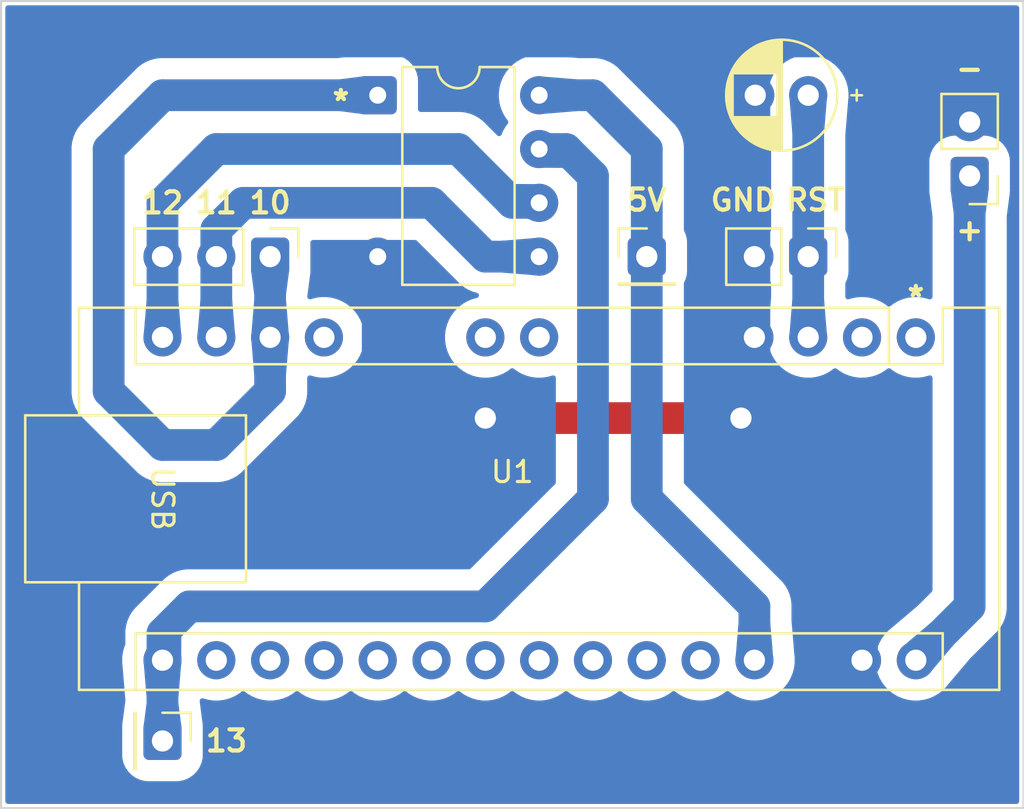
<source format=kicad_pcb>
(kicad_pcb (version 20241229) (generator "pcbnew") (generator_version "9.0")
  (layers (0 "F.Cu" signal) (2 "B.Cu" signal) (13 "F.Paste" user) (15 "B.Paste" user) (5 "F.SilkS" user "F.Silkscreen") (7 "B.SilkS" user "B.Silkscreen") (1 "F.Mask" user) (3 "B.Mask" user) (25 "Edge.Cuts" user))
  (net 0 "")
  (net 1 "GND")
  (net 2 "Net-(J3-Pin_1)")
  (net 3 "VIN")
  (net 4 "Net-(J2-Pin_1)")
  (net 5 "Net-(J4-Pin_2)")
  (net 6 "Net-(J4-Pin_3)")
  (net 7 "Net-(J4-Pin_1)")
  (net 8 "Net-(J5-Pin_1)")
  (footprint "Connector_PinHeader_2.54mm:PinHeader_1x01_P2.54mm_Vertical" (layer "F.Cu") (at 154.94 90.17)
    (property "Reference" "J2" (hide yes))
    (property "Value" "01x01" (hide yes))
    (fp_line (start -1.33 -1.33) (end 0 -1.33) (stroke (width 0.12)) (layer "F.SilkS"))
    (fp_line (start -1.33 0) (end -1.33 -1.33) (stroke (width 0.12)) (layer "F.SilkS"))
    (fp_line (start -1.33 1.27) (end -1.33 1.33) (stroke (width 0.12)) (layer "F.SilkS"))
    (fp_line (start -1.33 1.27) (end 1.33 1.27) (stroke (width 0.12)) (layer "F.SilkS"))
    (fp_line (start -1.33 1.33) (end 1.33 1.33) (stroke (width 0.12)) (layer "F.SilkS"))
    (fp_line (start 1.33 1.27) (end 1.33 1.33) (stroke (width 0.12)) (layer "F.SilkS"))
    (pad "1" thru_hole roundrect (at 0 0) (size 1.8 1.8) (drill 1) (layers "*.Cu" "*.Mask") (roundrect_rratio 0.1470588235) (net 4 "Net-(J2-Pin_1)"))
  )
  (footprint "Connector_PinHeader_2.54mm:PinHeader_1x01_P2.54mm_Vertical" (layer "F.Cu") (at 132.08 113.03 -90)
    (property "Reference" "J5" (hide yes))
    (property "Value" "01x01" (hide yes))
    (fp_line (start -1.33 1.33) (end 1.33 1.33) (stroke (width 0.12)) (layer "F.SilkS"))
    (fp_line (start -1.33 1.27) (end -1.33 1.33) (stroke (width 0.12)) (layer "F.SilkS"))
    (fp_line (start -1.33 1.27) (end 1.33 1.27) (stroke (width 0.12)) (layer "F.SilkS"))
    (fp_line (start 1.33 1.27) (end 1.33 1.33) (stroke (width 0.12)) (layer "F.SilkS"))
    (fp_line (start -1.33 0) (end -1.33 -1.33) (stroke (width 0.12)) (layer "F.SilkS"))
    (fp_line (start -1.33 -1.33) (end 0 -1.33) (stroke (width 0.12)) (layer "F.SilkS"))
    (pad "1" thru_hole roundrect (at 0 0 270) (size 1.8 1.8) (drill 1) (layers "*.Cu" "*.Mask") (roundrect_rratio 0.1470588235) (net 8 "Net-(J5-Pin_1)"))
  )
  (footprint "Custom:Arduino_Nano_v3" (layer "F.Cu") (at 167.64 93.98 -90)
    (property "Reference" "U1" (at 6.35 19.05 0) (layer "F.SilkS"))
    (property "Value" "Arduino Nano v3.x")
    (fp_line (start 3.68 42.04) (end 3.68 31.62) (stroke (width 0.12)) (layer "F.SilkS"))
    (fp_line (start 11.56 42.04) (end 3.68 42.04) (stroke (width 0.12)) (layer "F.SilkS"))
    (fp_line (start -1.4 39.5) (end 3.68 39.5) (stroke (width 0.12)) (layer "F.SilkS"))
    (fp_line (start 16.64 39.5) (end 11.56 39.5) (stroke (width 0.12)) (layer "F.SilkS"))
    (fp_line (start 16.64 39.5) (end 16.64 -3.94) (stroke (width 0.12)) (layer "F.SilkS"))
    (fp_line (start 1.27 36.83) (end -1.4 36.83) (stroke (width 0.12)) (layer "F.SilkS"))
    (fp_line (start 13.97 36.83) (end 16.64 36.83) (stroke (width 0.12)) (layer "F.SilkS"))
    (fp_line (start 3.68 31.62) (end 11.56 31.62) (stroke (width 0.12)) (layer "F.SilkS"))
    (fp_line (start 11.56 31.62) (end 11.56 42.04) (stroke (width 0.12)) (layer "F.SilkS"))
    (fp_line (start -1.4 1.27) (end -1.4 39.5) (stroke (width 0.12)) (layer "F.SilkS"))
    (fp_line (start 1.27 1.27) (end 1.27 36.83) (stroke (width 0.12)) (layer "F.SilkS"))
    (fp_line (start 1.27 1.27) (end -1.4 1.27) (stroke (width 0.12)) (layer "F.SilkS"))
    (fp_line (start 1.27 1.27) (end 1.27 -1.27) (stroke (width 0.12)) (layer "F.SilkS"))
    (fp_line (start 1.27 -1.27) (end -1.4 -1.27) (stroke (width 0.12)) (layer "F.SilkS"))
    (fp_line (start 13.97 -1.27) (end 13.97 36.83) (stroke (width 0.12)) (layer "F.SilkS"))
    (fp_line (start 13.97 -1.27) (end 16.64 -1.27) (stroke (width 0.12)) (layer "F.SilkS"))
    (fp_line (start -1.4 -3.94) (end -1.4 -1.27) (stroke (width 0.12)) (layer "F.SilkS"))
    (fp_line (start 16.64 -3.94) (end -1.4 -3.94) (stroke (width 0.12)) (layer "F.SilkS"))
    (fp_text user "USB" (at 7.62 35.56 270) (layer "F.SilkS"))
    (pad "1" thru_hole circle (at 0 0 270) (size 1.8 1.8) (drill 1) (layers "*.Cu" "*.Mask"))
    (pad "2" thru_hole circle (at 0 2.54 270) (size 1.8 1.8) (drill 1) (layers "*.Cu" "*.Mask"))
    (pad "3" thru_hole circle (at 0 5.08 270) (size 1.8 1.8) (drill 1) (layers "*.Cu" "*.Mask") (net 2 "Net-(J3-Pin_1)"))
    (pad "4" thru_hole circle (at 0 7.62 270) (size 1.8 1.8) (drill 1) (layers "*.Cu" "*.Mask") (net 1 "GND"))
    (pad "8" thru_hole circle (at 0 17.78 270) (size 1.8 1.8) (drill 1) (layers "*.Cu" "*.Mask"))
    (pad "9" thru_hole circle (at 0 20.32 270) (size 1.8 1.8) (drill 1) (layers "*.Cu" "*.Mask"))
    (pad "12" thru_hole circle (at 0 27.94 270) (size 1.8 1.8) (drill 1) (layers "*.Cu" "*.Mask"))
    (pad "13" thru_hole circle (at 0 30.48 270) (size 1.8 1.8) (drill 1) (layers "*.Cu" "*.Mask") (net 7 "Net-(J4-Pin_1)"))
    (pad "14" thru_hole circle (at 0 33.02 270) (size 1.8 1.8) (drill 1) (layers "*.Cu" "*.Mask") (net 5 "Net-(J4-Pin_2)"))
    (pad "15" thru_hole circle (at 0 35.56 270) (size 1.8 1.8) (drill 1) (layers "*.Cu" "*.Mask") (net 6 "Net-(J4-Pin_3)"))
    (pad "16" thru_hole circle (at 15.24 35.56 270) (size 1.8 1.8) (drill 1) (layers "*.Cu" "*.Mask") (net 8 "Net-(J5-Pin_1)"))
    (pad "17" thru_hole circle (at 15.24 33.02 270) (size 1.8 1.8) (drill 1) (layers "*.Cu" "*.Mask"))
    (pad "18" thru_hole circle (at 15.24 30.48 270) (size 1.8 1.8) (drill 1) (layers "*.Cu" "*.Mask"))
    (pad "19" thru_hole circle (at 15.24 27.94 270) (size 1.8 1.8) (drill 1) (layers "*.Cu" "*.Mask"))
    (pad "20" thru_hole circle (at 15.24 25.4 270) (size 1.8 1.8) (drill 1) (layers "*.Cu" "*.Mask"))
    (pad "21" thru_hole circle (at 15.24 22.86 270) (size 1.8 1.8) (drill 1) (layers "*.Cu" "*.Mask"))
    (pad "22" thru_hole circle (at 15.24 20.32 270) (size 1.8 1.8) (drill 1) (layers "*.Cu" "*.Mask"))
    (pad "23" thru_hole circle (at 15.24 17.78 270) (size 1.8 1.8) (drill 1) (layers "*.Cu" "*.Mask"))
    (pad "24" thru_hole circle (at 15.24 15.24 270) (size 1.8 1.8) (drill 1) (layers "*.Cu" "*.Mask"))
    (pad "25" thru_hole circle (at 15.24 12.7 270) (size 1.8 1.8) (drill 1) (layers "*.Cu" "*.Mask"))
    (pad "26" thru_hole circle (at 15.24 10.16 270) (size 1.8 1.8) (drill 1) (layers "*.Cu" "*.Mask"))
    (pad "27" thru_hole circle (at 15.24 7.62 270) (size 1.8 1.8) (drill 1) (layers "*.Cu" "*.Mask") (net 4 "Net-(J2-Pin_1)"))
    (pad "29" thru_hole circle (at 15.24 2.54 270) (size 1.8 1.8) (drill 1) (layers "*.Cu" "*.Mask") (net 1 "GND"))
    (pad "30" thru_hole circle (at 15.24 0 270) (size 1.8 1.8) (drill 1) (layers "*.Cu" "*.Mask") (net 3 "VIN"))
  )
  (footprint "Package_DIP:DIP-8_W7.62mm" (layer "F.Cu") (at 142.24 82.55)
    (property "Reference" "U2" (hide yes))
    (property "Value" "ATtiny85")
    (fp_line (start 1.16 -1.33) (end 1.16 8.95) (stroke (width 0.12)) (layer "F.SilkS"))
    (fp_line (start 1.16 8.95) (end 6.46 8.95) (stroke (width 0.12)) (layer "F.SilkS"))
    (fp_line (start 2.81 -1.33) (end 1.16 -1.33) (stroke (width 0.12)) (layer "F.SilkS"))
    (fp_line (start 6.46 -1.33) (end 4.81 -1.33) (stroke (width 0.12)) (layer "F.SilkS"))
    (fp_line (start 6.46 8.95) (end 6.46 -1.33) (stroke (width 0.12)) (layer "F.SilkS"))
    (fp_arc (start 4.81 -1.33) (mid 3.81 -0.33) (end 2.81 -1.33) (stroke (width 0.12)) (layer "F.SilkS"))
    (pad "1" thru_hole roundrect (at 0 0) (size 1.8 1.8) (drill 0.8) (layers "*.Cu" "*.Mask") (roundrect_rratio 0.1388888889) (net 7 "Net-(J4-Pin_1)"))
    (pad "4" thru_hole circle (at 0 7.62) (size 1.8 1.8) (drill 0.8) (layers "*.Cu" "*.Mask") (net 1 "GND"))
    (pad "5" thru_hole circle (at 7.62 7.62) (size 1.8 1.8) (drill 0.8) (layers "*.Cu" "*.Mask") (net 5 "Net-(J4-Pin_2)"))
    (pad "6" thru_hole circle (at 7.62 5.08) (size 1.8 1.8) (drill 0.8) (layers "*.Cu" "*.Mask") (net 6 "Net-(J4-Pin_3)"))
    (pad "7" thru_hole circle (at 7.62 2.54) (size 1.8 1.8) (drill 0.8) (layers "*.Cu" "*.Mask") (net 8 "Net-(J5-Pin_1)"))
    (pad "8" thru_hole circle (at 7.62 0) (size 1.8 1.8) (drill 0.8) (layers "*.Cu" "*.Mask") (net 4 "Net-(J2-Pin_1)"))
  )
  (footprint "Connector_PinHeader_2.54mm:PinHeader_1x02_P2.54mm_Vertical" (layer "F.Cu") (at 162.56 90.17 -90)
    (property "Reference" "J3" (hide yes))
    (property "Value" "01x02" (hide yes))
    (fp_line (start -1.33 3.87) (end 1.33 3.87) (stroke (width 0.12)) (layer "F.SilkS"))
    (fp_line (start -1.33 1.27) (end -1.33 3.87) (stroke (width 0.12)) (layer "F.SilkS"))
    (fp_line (start -1.33 1.27) (end 1.33 1.27) (stroke (width 0.12)) (layer "F.SilkS"))
    (fp_line (start 1.33 1.27) (end 1.33 3.87) (stroke (width 0.12)) (layer "F.SilkS"))
    (fp_line (start -1.33 0) (end -1.33 -1.33) (stroke (width 0.12)) (layer "F.SilkS"))
    (fp_line (start -1.33 -1.33) (end 0 -1.33) (stroke (width 0.12)) (layer "F.SilkS"))
    (pad "1" thru_hole roundrect (at 0 0 270) (size 1.8 1.8) (drill 1) (layers "*.Cu" "*.Mask") (roundrect_rratio 0.1388888889) (net 2 "Net-(J3-Pin_1)"))
    (pad "2" thru_hole circle (at 0 2.54 270) (size 1.8 1.8) (drill 1) (layers "*.Cu" "*.Mask") (net 1 "GND"))
  )
  (footprint "Capacitor_THT:CP_Radial_D5.0mm_P2.50mm" (layer "F.Cu") (at 162.56 82.55 180)
    (property "Reference" "C1" (hide yes))
    (property "Value" "10uF")
    (fp_line (start 3.851 -0.284) (end 3.851 0.284) (stroke (width 0.12)) (layer "F.SilkS"))
    (fp_line (start 3.811 -0.518) (end 3.811 0.518) (stroke (width 0.12)) (layer "F.SilkS"))
    (fp_line (start 3.771 -0.677) (end 3.771 0.677) (stroke (width 0.12)) (layer "F.SilkS"))
    (fp_line (start 3.731 -0.805) (end 3.731 0.805) (stroke (width 0.12)) (layer "F.SilkS"))
    (fp_line (start 3.691 -0.915) (end 3.691 0.915) (stroke (width 0.12)) (layer "F.SilkS"))
    (fp_line (start 3.651 -1.011) (end 3.651 1.011) (stroke (width 0.12)) (layer "F.SilkS"))
    (fp_line (start 3.611 -1.098) (end 3.611 1.098) (stroke (width 0.12)) (layer "F.SilkS"))
    (fp_line (start 3.571 -1.178) (end 3.571 1.178) (stroke (width 0.12)) (layer "F.SilkS"))
    (fp_line (start 3.531 1.04) (end 3.531 1.251) (stroke (width 0.12)) (layer "F.SilkS"))
    (fp_line (start 3.531 -1.251) (end 3.531 -1.04) (stroke (width 0.12)) (layer "F.SilkS"))
    (fp_line (start 3.491 1.04) (end 3.491 1.319) (stroke (width 0.12)) (layer "F.SilkS"))
    (fp_line (start 3.491 -1.319) (end 3.491 -1.04) (stroke (width 0.12)) (layer "F.SilkS"))
    (fp_line (start 3.451 1.04) (end 3.451 1.383) (stroke (width 0.12)) (layer "F.SilkS"))
    (fp_line (start 3.451 -1.383) (end 3.451 -1.04) (stroke (width 0.12)) (layer "F.SilkS"))
    (fp_line (start 3.411 1.04) (end 3.411 1.443) (stroke (width 0.12)) (layer "F.SilkS"))
    (fp_line (start 3.411 -1.443) (end 3.411 -1.04) (stroke (width 0.12)) (layer "F.SilkS"))
    (fp_line (start 3.371 1.04) (end 3.371 1.5) (stroke (width 0.12)) (layer "F.SilkS"))
    (fp_line (start 3.371 -1.5) (end 3.371 -1.04) (stroke (width 0.12)) (layer "F.SilkS"))
    (fp_line (start 3.331 1.04) (end 3.331 1.554) (stroke (width 0.12)) (layer "F.SilkS"))
    (fp_line (start 3.331 -1.554) (end 3.331 -1.04) (stroke (width 0.12)) (layer "F.SilkS"))
    (fp_line (start 3.291 1.04) (end 3.291 1.605) (stroke (width 0.12)) (layer "F.SilkS"))
    (fp_line (start 3.291 -1.605) (end 3.291 -1.04) (stroke (width 0.12)) (layer "F.SilkS"))
    (fp_line (start 3.251 1.04) (end 3.251 1.653) (stroke (width 0.12)) (layer "F.SilkS"))
    (fp_line (start 3.251 -1.653) (end 3.251 -1.04) (stroke (width 0.12)) (layer "F.SilkS"))
    (fp_line (start 3.211 1.04) (end 3.211 1.699) (stroke (width 0.12)) (layer "F.SilkS"))
    (fp_line (start 3.211 -1.699) (end 3.211 -1.04) (stroke (width 0.12)) (layer "F.SilkS"))
    (fp_line (start 3.171 1.04) (end 3.171 1.743) (stroke (width 0.12)) (layer "F.SilkS"))
    (fp_line (start 3.171 -1.743) (end 3.171 -1.04) (stroke (width 0.12)) (layer "F.SilkS"))
    (fp_line (start 3.131 1.04) (end 3.131 1.785) (stroke (width 0.12)) (layer "F.SilkS"))
    (fp_line (start 3.131 -1.785) (end 3.131 -1.04) (stroke (width 0.12)) (layer "F.SilkS"))
    (fp_line (start 3.091 1.04) (end 3.091 1.826) (stroke (width 0.12)) (layer "F.SilkS"))
    (fp_line (start 3.091 -1.826) (end 3.091 -1.04) (stroke (width 0.12)) (layer "F.SilkS"))
    (fp_line (start 3.051 1.04) (end 3.051 1.864) (stroke (width 0.12)) (layer "F.SilkS"))
    (fp_line (start 3.051 -1.864) (end 3.051 -1.04) (stroke (width 0.12)) (layer "F.SilkS"))
    (fp_line (start 3.011 1.04) (end 3.011 1.901) (stroke (width 0.12)) (layer "F.SilkS"))
    (fp_line (start 3.011 -1.901) (end 3.011 -1.04) (stroke (width 0.12)) (layer "F.SilkS"))
    (fp_line (start 2.971 1.04) (end 2.971 1.937) (stroke (width 0.12)) (layer "F.SilkS"))
    (fp_line (start 2.971 -1.937) (end 2.971 -1.04) (stroke (width 0.12)) (layer "F.SilkS"))
    (fp_line (start 2.931 1.04) (end 2.931 1.971) (stroke (width 0.12)) (layer "F.SilkS"))
    (fp_line (start 2.931 -1.971) (end 2.931 -1.04) (stroke (width 0.12)) (layer "F.SilkS"))
    (fp_line (start 2.891 1.04) (end 2.891 2.004) (stroke (width 0.12)) (layer "F.SilkS"))
    (fp_line (start 2.891 -2.004) (end 2.891 -1.04) (stroke (width 0.12)) (layer "F.SilkS"))
    (fp_line (start 2.851 1.04) (end 2.851 2.035) (stroke (width 0.12)) (layer "F.SilkS"))
    (fp_line (start 2.851 -2.035) (end 2.851 -1.04) (stroke (width 0.12)) (layer "F.SilkS"))
    (fp_line (start 2.811 1.04) (end 2.811 2.065) (stroke (width 0.12)) (layer "F.SilkS"))
    (fp_line (start 2.811 -2.065) (end 2.811 -1.04) (stroke (width 0.12)) (layer "F.SilkS"))
    (fp_line (start 2.771 1.04) (end 2.771 2.095) (stroke (width 0.12)) (layer "F.SilkS"))
    (fp_line (start 2.771 -2.095) (end 2.771 -1.04) (stroke (width 0.12)) (layer "F.SilkS"))
    (fp_line (start 2.731 1.04) (end 2.731 2.122) (stroke (width 0.12)) (layer "F.SilkS"))
    (fp_line (start 2.731 -2.122) (end 2.731 -1.04) (stroke (width 0.12)) (layer "F.SilkS"))
    (fp_line (start 2.691 1.04) (end 2.691 2.149) (stroke (width 0.12)) (layer "F.SilkS"))
    (fp_line (start 2.691 -2.149) (end 2.691 -1.04) (stroke (width 0.12)) (layer "F.SilkS"))
    (fp_line (start 2.651 1.04) (end 2.651 2.175) (stroke (width 0.12)) (layer "F.SilkS"))
    (fp_line (start 2.651 -2.175) (end 2.651 -1.04) (stroke (width 0.12)) (layer "F.SilkS"))
    (fp_line (start 2.611 1.04) (end 2.611 2.2) (stroke (width 0.12)) (layer "F.SilkS"))
    (fp_line (start 2.611 -2.2) (end 2.611 -1.04) (stroke (width 0.12)) (layer "F.SilkS"))
    (fp_line (start 2.571 1.04) (end 2.571 2.224) (stroke (width 0.12)) (layer "F.SilkS"))
    (fp_line (start 2.571 -2.224) (end 2.571 -1.04) (stroke (width 0.12)) (layer "F.SilkS"))
    (fp_line (start 2.531 1.04) (end 2.531 2.247) (stroke (width 0.12)) (layer "F.SilkS"))
    (fp_line (start 2.531 -2.247) (end 2.531 -1.04) (stroke (width 0.12)) (layer "F.SilkS"))
    (fp_line (start 2.491 1.04) (end 2.491 2.268) (stroke (width 0.12)) (layer "F.SilkS"))
    (fp_line (start 2.491 -2.268) (end 2.491 -1.04) (stroke (width 0.12)) (layer "F.SilkS"))
    (fp_line (start 2.451 1.04) (end 2.451 2.29) (stroke (width 0.12)) (layer "F.SilkS"))
    (fp_line (start 2.451 -2.29) (end 2.451 -1.04) (stroke (width 0.12)) (layer "F.SilkS"))
    (fp_line (start 2.411 1.04) (end 2.411 2.31) (stroke (width 0.12)) (layer "F.SilkS"))
    (fp_line (start 2.411 -2.31) (end 2.411 -1.04) (stroke (width 0.12)) (layer "F.SilkS"))
    (fp_line (start 2.371 1.04) (end 2.371 2.329) (stroke (width 0.12)) (layer "F.SilkS"))
    (fp_line (start 2.371 -2.329) (end 2.371 -1.04) (stroke (width 0.12)) (layer "F.SilkS"))
    (fp_line (start 2.331 1.04) (end 2.331 2.348) (stroke (width 0.12)) (layer "F.SilkS"))
    (fp_line (start 2.331 -2.348) (end 2.331 -1.04) (stroke (width 0.12)) (layer "F.SilkS"))
    (fp_line (start 2.291 1.04) (end 2.291 2.365) (stroke (width 0.12)) (layer "F.SilkS"))
    (fp_line (start 2.291 -2.365) (end 2.291 -1.04) (stroke (width 0.12)) (layer "F.SilkS"))
    (fp_line (start 2.251 1.04) (end 2.251 2.382) (stroke (width 0.12)) (layer "F.SilkS"))
    (fp_line (start 2.251 -2.382) (end 2.251 -1.04) (stroke (width 0.12)) (layer "F.SilkS"))
    (fp_line (start 2.211 1.04) (end 2.211 2.398) (stroke (width 0.12)) (layer "F.SilkS"))
    (fp_line (start 2.211 -2.398) (end 2.211 -1.04) (stroke (width 0.12)) (layer "F.SilkS"))
    (fp_line (start 2.171 1.04) (end 2.171 2.414) (stroke (width 0.12)) (layer "F.SilkS"))
    (fp_line (start 2.171 -2.414) (end 2.171 -1.04) (stroke (width 0.12)) (layer "F.SilkS"))
    (fp_line (start 2.131 1.04) (end 2.131 2.428) (stroke (width 0.12)) (layer "F.SilkS"))
    (fp_line (start 2.131 -2.428) (end 2.131 -1.04) (stroke (width 0.12)) (layer "F.SilkS"))
    (fp_line (start 2.091 1.04) (end 2.091 2.442) (stroke (width 0.12)) (layer "F.SilkS"))
    (fp_line (start 2.091 -2.442) (end 2.091 -1.04) (stroke (width 0.12)) (layer "F.SilkS"))
    (fp_line (start 2.051 1.04) (end 2.051 2.455) (stroke (width 0.12)) (layer "F.SilkS"))
    (fp_line (start 2.051 -2.455) (end 2.051 -1.04) (stroke (width 0.12)) (layer "F.SilkS"))
    (fp_line (start 2.011 1.04) (end 2.011 2.468) (stroke (width 0.12)) (layer "F.SilkS"))
    (fp_line (start 2.011 -2.468) (end 2.011 -1.04) (stroke (width 0.12)) (layer "F.SilkS"))
    (fp_line (start 1.971 1.04) (end 1.971 2.48) (stroke (width 0.12)) (layer "F.SilkS"))
    (fp_line (start 1.971 -2.48) (end 1.971 -1.04) (stroke (width 0.12)) (layer "F.SilkS"))
    (fp_line (start 1.93 1.04) (end 1.93 2.491) (stroke (width 0.12)) (layer "F.SilkS"))
    (fp_line (start 1.93 -2.491) (end 1.93 -1.04) (stroke (width 0.12)) (layer "F.SilkS"))
    (fp_line (start 1.89 1.04) (end 1.89 2.501) (stroke (width 0.12)) (layer "F.SilkS"))
    (fp_line (start 1.89 -2.501) (end 1.89 -1.04) (stroke (width 0.12)) (layer "F.SilkS"))
    (fp_line (start 1.85 1.04) (end 1.85 2.511) (stroke (width 0.12)) (layer "F.SilkS"))
    (fp_line (start 1.85 -2.511) (end 1.85 -1.04) (stroke (width 0.12)) (layer "F.SilkS"))
    (fp_line (start 1.81 1.04) (end 1.81 2.52) (stroke (width 0.12)) (layer "F.SilkS"))
    (fp_line (start 1.81 -2.52) (end 1.81 -1.04) (stroke (width 0.12)) (layer "F.SilkS"))
    (fp_line (start 1.77 1.04) (end 1.77 2.528) (stroke (width 0.12)) (layer "F.SilkS"))
    (fp_line (start 1.77 -2.528) (end 1.77 -1.04) (stroke (width 0.12)) (layer "F.SilkS"))
    (fp_line (start 1.73 1.04) (end 1.73 2.536) (stroke (width 0.12)) (layer "F.SilkS"))
    (fp_line (start 1.73 -2.536) (end 1.73 -1.04) (stroke (width 0.12)) (layer "F.SilkS"))
    (fp_line (start 1.69 1.04) (end 1.69 2.543) (stroke (width 0.12)) (layer "F.SilkS"))
    (fp_line (start 1.69 -2.543) (end 1.69 -1.04) (stroke (width 0.12)) (layer "F.SilkS"))
    (fp_line (start 1.65 1.04) (end 1.65 2.55) (stroke (width 0.12)) (layer "F.SilkS"))
    (fp_line (start 1.65 -2.55) (end 1.65 -1.04) (stroke (width 0.12)) (layer "F.SilkS"))
    (fp_line (start 1.61 1.04) (end 1.61 2.556) (stroke (width 0.12)) (layer "F.SilkS"))
    (fp_line (start 1.61 -2.556) (end 1.61 -1.04) (stroke (width 0.12)) (layer "F.SilkS"))
    (fp_line (start 1.57 1.04) (end 1.57 2.561) (stroke (width 0.12)) (layer "F.SilkS"))
    (fp_line (start 1.57 -2.561) (end 1.57 -1.04) (stroke (width 0.12)) (layer "F.SilkS"))
    (fp_line (start 1.53 1.04) (end 1.53 2.565) (stroke (width 0.12)) (layer "F.SilkS"))
    (fp_line (start 1.53 -2.565) (end 1.53 -1.04) (stroke (width 0.12)) (layer "F.SilkS"))
    (fp_line (start 1.49 1.04) (end 1.49 2.569) (stroke (width 0.12)) (layer "F.SilkS"))
    (fp_line (start 1.49 -2.569) (end 1.49 -1.04) (stroke (width 0.12)) (layer "F.SilkS"))
    (fp_line (start 1.45 -2.573) (end 1.45 2.573) (stroke (width 0.12)) (layer "F.SilkS"))
    (fp_line (start 1.41 -2.576) (end 1.41 2.576) (stroke (width 0.12)) (layer "F.SilkS"))
    (fp_line (start 1.37 -2.578) (end 1.37 2.578) (stroke (width 0.12)) (layer "F.SilkS"))
    (fp_line (start 1.33 -2.579) (end 1.33 2.579) (stroke (width 0.12)) (layer "F.SilkS"))
    (fp_line (start 1.29 -2.58) (end 1.29 2.58) (stroke (width 0.12)) (layer "F.SilkS"))
    (fp_line (start 1.25 -2.58) (end 1.25 2.58) (stroke (width 0.12)) (layer "F.SilkS"))
    (fp_line (start -2.29 -0.25) (end -2.29 0.25) (stroke (width 0.12)) (layer "F.SilkS"))
    (fp_line (start -2.54 0) (end -2.04 0) (stroke (width 0.12)) (layer "F.SilkS"))
    (fp_circle (center 1.25 0) (end 3.87 0) (stroke (width 0.12)) (fill no) (layer "F.SilkS"))
    (pad "1" thru_hole circle (at 0 0 180) (size 1.8 1.8) (drill 1) (layers "*.Cu" "*.Mask") (net 2 "Net-(J3-Pin_1)"))
    (pad "2" thru_hole circle (at 2.5 0 180) (size 1.8 1.8) (drill 1) (layers "*.Cu" "*.Mask") (net 1 "GND"))
  )
  (footprint "Connector_PinHeader_2.54mm:PinHeader_1x02_P2.54mm_Vertical" (layer "F.Cu") (at 170.18 86.36 180)
    (property "Reference" "J1" (hide yes))
    (property "Value" "POWER")
    (fp_line (start 1.33 1.27) (end 1.33 3.87) (stroke (width 0.12)) (layer "F.SilkS"))
    (fp_line (start -1.33 3.87) (end 1.33 3.87) (stroke (width 0.12)) (layer "F.SilkS"))
    (fp_line (start -1.33 1.27) (end 1.33 1.27) (stroke (width 0.12)) (layer "F.SilkS"))
    (fp_line (start -1.33 1.27) (end -1.33 3.87) (stroke (width 0.12)) (layer "F.SilkS"))
    (fp_line (start -1.33 0) (end -1.33 -1.33) (stroke (width 0.12)) (layer "F.SilkS"))
    (fp_line (start -1.33 -1.33) (end 0 -1.33) (stroke (width 0.12)) (layer "F.SilkS"))
    (pad "1" thru_hole roundrect (at 0 0 180) (size 1.8 1.8) (drill 1) (layers "*.Cu" "*.Mask") (roundrect_rratio 0.1388888889) (net 3 "VIN"))
    (pad "2" thru_hole circle (at 0 2.54 180) (size 1.8 1.8) (drill 1) (layers "*.Cu" "*.Mask") (net 1 "GND"))
  )
  (footprint "Connector_PinHeader_2.54mm:PinHeader_1x03_P2.54mm_Vertical" (layer "F.Cu") (at 137.16 90.17 -90)
    (property "Reference" "J4" (hide yes))
    (property "Value" "01x03" (hide yes))
    (fp_line (start -1.33 6.41) (end 1.33 6.41) (stroke (width 0.12)) (layer "F.SilkS"))
    (fp_line (start -1.33 1.27) (end -1.33 6.41) (stroke (width 0.12)) (layer "F.SilkS"))
    (fp_line (start -1.33 1.27) (end 1.33 1.27) (stroke (width 0.12)) (layer "F.SilkS"))
    (fp_line (start 1.33 1.27) (end 1.33 6.41) (stroke (width 0.12)) (layer "F.SilkS"))
    (fp_line (start -1.33 0) (end -1.33 -1.33) (stroke (width 0.12)) (layer "F.SilkS"))
    (fp_line (start -1.33 -1.33) (end 0 -1.33) (stroke (width 0.12)) (layer "F.SilkS"))
    (pad "1" thru_hole roundrect (at 0 0 270) (size 1.8 1.8) (drill 1) (layers "*.Cu" "*.Mask") (roundrect_rratio 0.1388888889) (net 7 "Net-(J4-Pin_1)"))
    (pad "2" thru_hole circle (at 0 2.54 270) (size 1.8 1.8) (drill 1) (layers "*.Cu" "*.Mask") (net 5 "Net-(J4-Pin_2)"))
    (pad "3" thru_hole circle (at 0 5.08 270) (size 1.8 1.8) (drill 1) (layers "*.Cu" "*.Mask") (net 6 "Net-(J4-Pin_3)"))
  )
  (gr_line (start 124.46 78.105) (end 124.46 116.205) (stroke (width 0.1)) (layer "Edge.Cuts"))
  (gr_line (start 172.72 78.105) (end 124.46 78.105) (stroke (width 0.1)) (layer "Edge.Cuts"))
  (gr_line (start 124.46 116.205) (end 172.72 116.205) (stroke (width 0.1)) (layer "Edge.Cuts"))
  (gr_line (start 172.72 116.205) (end 172.72 78.105) (stroke (width 0.1)) (layer "Edge.Cuts"))
  (gr_text "12" (at 132.08 87.63 0) (layer "F.SilkS") (effects (font (size 1 1) (thickness 0.2))))
  (gr_text "+" (at 170.18 88.9 0) (layer "F.SilkS") (effects (font (size 1 1) (thickness 0.2))))
  (gr_text "RST" (at 162.9 87.5 0) (layer "F.SilkS") (effects (font (size 1 1) (thickness 0.2))))
  (gr_text "11" (at 134.62 87.63 0) (layer "F.SilkS") (effects (font (size 1 1) (thickness 0.2))))
  (gr_text "GND" (at 159.5 87.5 0) (layer "F.SilkS") (effects (font (size 1 1) (thickness 0.2))))
  (gr_text "-" (at 170.18 81.28 0) (layer "F.SilkS") (effects (font (size 1 1) (thickness 0.2))))
  (gr_text "5V" (at 154.94 87.5 0) (layer "F.SilkS") (effects (font (size 1 1) (thickness 0.2))))
  (gr_text "13" (at 135.1 113.03 0) (layer "F.SilkS") (effects (font (size 1 1) (thickness 0.2))))
  (gr_text "*" (at 167.64 92.1 0) (layer "F.SilkS") (effects (font (size 1 1) (thickness 0.2))))
  (gr_text "10" (at 137.16 87.63 0) (layer "F.SilkS") (effects (font (size 1 1) (thickness 0.2))))
  (gr_text "*" (at 140.5 82.85 0) (layer "F.SilkS") (effects (font (size 1 1) (thickness 0.2))))
  (segment (start 147.32 97.79) (end 159.385 97.79) (width 1.5) (layer "F.Cu") (net 1))
  (via (at 159.385 97.79) (size 1.8) (drill 1) (layers "F.Cu" "B.Cu") (net 1))
  (via (at 147.32 97.79) (size 1.8) (drill 1) (layers "F.Cu" "B.Cu") (net 1))
  (segment (start 158.75 80.01) (end 129.54 80.01) (width 1.5) (layer "B.Cu") (net 1))
  (segment (start 129.54 101.6) (end 137.16 101.6) (width 1.5) (layer "B.Cu") (net 1))
  (segment (start 137.16 101.6) (end 142.24 96.52) (width 1.5) (layer "B.Cu") (net 1))
  (segment (start 160.02 81.28) (end 158.75 80.01) (width 1.5) (layer "B.Cu") (net 1))
  (segment (start 127 82.55) (end 127 99.06) (width 1.5) (layer "B.Cu") (net 1))
  (segment (start 129.54 80.01) (end 127 82.55) (width 1.5) (layer "B.Cu") (net 1))
  (segment (start 165.1 109.22) (end 165.1 100.33) (width 1.5) (layer "B.Cu") (net 1))
  (segment (start 127 99.06) (end 129.54 101.6) (width 1.5) (layer "B.Cu") (net 1))
  (segment (start 160.02 95.25) (end 160.02 93.98) (width 1.5) (layer "B.Cu") (net 1))
  (segment (start 160.02 93.98) (end 160.02 81.28) (width 1.5) (layer "B.Cu") (net 1))
  (segment (start 170.18 83.82) (end 166.37 80.01) (width 1.5) (layer "B.Cu") (net 1))
  (segment (start 142.24 96.52) (end 142.24 90.17) (width 1.5) (layer "B.Cu") (net 1))
  (segment (start 165.1 100.33) (end 160.02 95.25) (width 1.5) (layer "B.Cu") (net 1))
  (segment (start 166.37 80.01) (end 158.75 80.01) (width 1.5) (layer "B.Cu") (net 1))
  (segment (start 162.56 93.98) (end 162.56 82.55) (width 1.5) (layer "B.Cu") (net 2))
  (segment (start 170.18 106.68) (end 170.18 86.36) (width 1.5) (layer "B.Cu") (net 3))
  (segment (start 167.64 109.22) (end 170.18 106.68) (width 1.5) (layer "B.Cu") (net 3))
  (segment (start 154.94 101.6) (end 160.02 106.68) (width 1.5) (layer "B.Cu") (net 4))
  (segment (start 154.94 101.6) (end 154.94 85.09) (width 1.5) (layer "B.Cu") (net 4))
  (segment (start 152.4 82.55) (end 154.94 85.09) (width 1.5) (layer "B.Cu") (net 4))
  (segment (start 149.86 82.55) (end 152.4 82.55) (width 1.5) (layer "B.Cu") (net 4))
  (segment (start 160.02 106.68) (end 160.02 109.22) (width 1.5) (layer "B.Cu") (net 4))
  (segment (start 144.78 87.63) (end 135.887208 87.63) (width 1.5) (layer "B.Cu") (net 5))
  (segment (start 134.62 88.897208) (end 135.887208 87.63) (width 1.5) (layer "B.Cu") (net 5))
  (segment (start 147.32 90.17) (end 144.78 87.63) (width 1.5) (layer "B.Cu") (net 5))
  (segment (start 134.62 88.9) (end 134.62 93.98) (width 1.5) (layer "B.Cu") (net 5))
  (segment (start 149.86 90.17) (end 147.32 90.17) (width 1.5) (layer "B.Cu") (net 5))
  (segment (start 148.587208 87.63) (end 146.047208 85.09) (width 1.5) (layer "B.Cu") (net 6))
  (segment (start 149.86 87.63) (end 148.587208 87.63) (width 1.5) (layer "B.Cu") (net 6))
  (segment (start 146.047208 85.09) (end 134.62 85.09) (width 1.5) (layer "B.Cu") (net 6))
  (segment (start 134.62 85.09) (end 132.08 87.63) (width 1.5) (layer "B.Cu") (net 6))
  (segment (start 132.08 93.98) (end 132.08 87.63) (width 1.5) (layer "B.Cu") (net 6))
  (segment (start 129.54 96.52) (end 129.54 85.09) (width 1.5) (layer "B.Cu") (net 7))
  (segment (start 137.16 93.98) (end 137.16 96.52) (width 1.5) (layer "B.Cu") (net 7))
  (segment (start 129.54 85.09) (end 132.08 82.55) (width 1.5) (layer "B.Cu") (net 7))
  (segment (start 137.16 96.52) (end 134.62 99.06) (width 1.5) (layer "B.Cu") (net 7))
  (segment (start 134.62 99.06) (end 132.08 99.06) (width 1.5) (layer "B.Cu") (net 7))
  (segment (start 137.16 90.17) (end 137.16 93.98) (width 1.5) (layer "B.Cu") (net 7))
  (segment (start 132.08 82.55) (end 142.24 82.55) (width 1.5) (layer "B.Cu") (net 7))
  (segment (start 132.08 99.06) (end 129.54 96.52) (width 1.5) (layer "B.Cu") (net 7))
  (segment (start 147.32 106.68) (end 133.347208 106.68) (width 1.5) (layer "B.Cu") (net 8))
  (segment (start 152.4 101.6) (end 147.32 106.68) (width 1.5) (layer "B.Cu") (net 8))
  (segment (start 132.08 107.947208) (end 132.08 109.22) (width 1.5) (layer "B.Cu") (net 8))
  (segment (start 151.132792 85.09) (end 152.4 86.357208) (width 1.5) (layer "B.Cu") (net 8))
  (segment (start 149.86 85.09) (end 151.132792 85.09) (width 1.5) (layer "B.Cu") (net 8))
  (segment (start 132.08 109.22) (end 132.08 113.03) (width 1.5) (layer "B.Cu") (net 8))
  (segment (start 133.347208 106.68) (end 132.08 107.947208) (width 1.5) (layer "B.Cu") (net 8))
  (segment (start 152.4 101.6) (end 152.4 86.357208) (width 1.5) (layer "B.Cu") (net 8))
  (zone (net 1) (net_name "GND") (layer "B.Cu") (name "GND") (connect_pads yes (clearance 1)) (min_thickness 0.25) (fill yes (thermal_gap 0.5) (thermal_bridge_width 0.5))
    (polygon (pts (xy 124.46 78.105) (xy 124.46 116.205) (xy 172.72 116.205) (xy 172.72 78.105)))
  )
)
</source>
